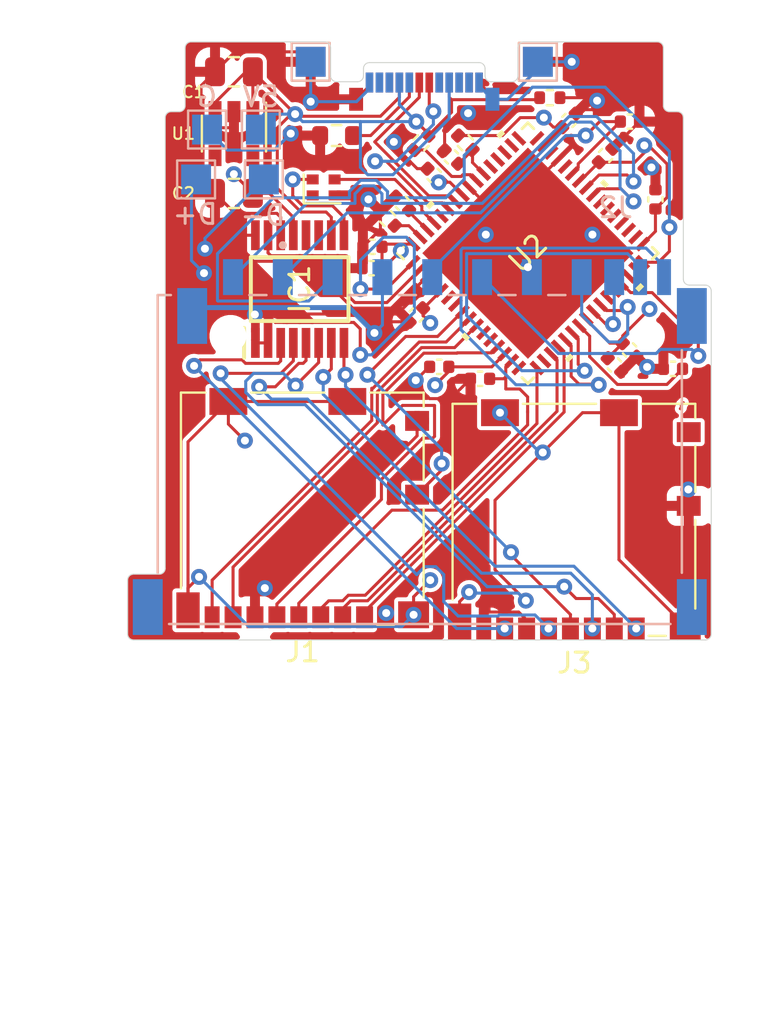
<source format=kicad_pcb>
(kicad_pcb (version 20240108) (generator "pcbnew") (generator_version "8.0")
  (title_block (title "Expansion Card Template") (rev "X1") (company "Framework") (comment 1 "This work is licensed under a Creative Commons Attribution 4.0 International License") (comment 4 "https://frame.work"))
  (layers (0 "F.Cu" signal) (1 "In1.Cu" signal) (2 "In2.Cu" signal) (31 "B.Cu" signal) (34 "B.Paste" user) (35 "F.Paste" user) (36 "B.SilkS" user "B.Silkscreen") (37 "F.SilkS" user "F.Silkscreen") (38 "B.Mask" user) (39 "F.Mask" user) (44 "Edge.Cuts" user))
  (net 0 "")
  (net 1 "GND")
  (net 2 "+3V3")
  (net 3 "VBUS")
  (net 4 "Net-(U2-PLLFILT)")
  (net 5 "Net-(U2-CRFILT)")
  (net 6 "Net-(J1-VDD)")
  (net 7 "Net-(J2-VDD)")
  (net 8 "Net-(U2-NRESET)")
  (net 9 "Net-(J1-CLK)")
  (net 10 "Net-(J1-DAT0)")
  (net 11 "Net-(J1-DAT1)")
  (net 12 "Net-(J1-DAT2)")
  (net 13 "/SD1_WP")
  (net 14 "Net-(J2-CMD)")
  (net 15 "Net-(J2-DAT0)")
  (net 16 "Net-(J2-CLK)")
  (net 17 "/SD1_D2")
  (net 18 "/SD1_CD")
  (net 19 "/SD1_D3")
  (net 20 "Net-(J2-DAT1)")
  (net 21 "Net-(P1-CC)")
  (net 22 "/USB_DN")
  (net 24 "/USB_DP")
  (net 25 "Net-(U2-RBIAS)")
  (net 26 "Net-(U2-VBUS_DET)")
  (net 31 "Net-(U2-XTAL1(CLKIN))")
  (net 55 "unconnected-(U2-USBDN_DP3-Pad4)")
  (net 56 "unconnected-(U2-USBDN_DM3-Pad3)")
  (net 57 "unconnected-(J1-SHIELD-Pad11)")
  (net 58 "Net-(J1-CMD)")
  (net 59 "Net-(J1-DET_B)")
  (net 60 "Net-(J1-DAT3{slash}CD)")
  (net 61 "/U2+")
  (net 62 "/U2-")
  (net 63 "Net-(IC1-D3)")
  (net 65 "/uSD2-pwr")
  (net 66 "Net-(IC1-CMD)")
  (net 67 "Net-(IC1-CLK)")
  (net 68 "Net-(IC1-D2)")
  (net 69 "Net-(IC1-D0)")
  (net 71 "unconnected-(J3-SHIELD-Pad11)")
  (footprint "Package_TO_SOT_SMD:SOT-23-5" (layer "F.Cu") (at 130.45 131.6 -90)
    (property "Reference" "U1")
    (property "Value" "AP2112K-3.3")
  )
  (footprint "Capacitor_SMD:C_0805_2012Metric" (layer "F.Cu") (at 130.45 128.5 180)
    (property "Reference" "C1")
    (property "Value" "10uF")
  )
  (footprint "Resistor_SMD:R_0603_1608Metric" (layer "F.Cu") (at 135.6 131.7 180)
    (property "Reference" "R1" (hide yes))
    (property "Value" "5.1k")
  )
  (footprint "Expansion_Card:USB_C_Plug_Molex_105444" (layer "F.Cu") (at 140 129)
    (property "Reference" "P1" (hide yes))
    (property "Value" "USB_C_Plug_USB2.0")
    (fp_line (start -3.35 0) (end -4.3 0) (stroke (width 0.05)) (layer "Edge.Cuts"))
    (fp_line (start -3.05 -0.66) (end -3.05 -0.3) (stroke (width 0.05)) (layer "Edge.Cuts"))
    (fp_line (start -2.75 -0.96) (end 2.75 -0.96) (stroke (width 0.05)) (layer "Edge.Cuts"))
    (fp_line (start 3.05 -0.66) (end 3.05 -0.3) (stroke (width 0.05)) (layer "Edge.Cuts"))
    (fp_line (start 3.35 0) (end 4.3 0) (stroke (width 0.05)) (layer "Edge.Cuts"))
    (fp_arc (start -3.05 -0.66) (mid -2.962132 -0.872132) (end -2.75 -0.96) (stroke (width 0.05)) (layer "Edge.Cuts"))
    (fp_arc (start -3.05 -0.3) (mid -3.137868 -0.087868) (end -3.35 0) (stroke (width 0.05)) (layer "Edge.Cuts"))
    (fp_arc (start 2.75 -0.96) (mid 2.962132 -0.872132) (end 3.05 -0.66) (stroke (width 0.05)) (layer "Edge.Cuts"))
    (fp_arc (start 3.35 0) (mid 3.137868 -0.087868) (end 3.05 -0.3) (stroke (width 0.05)) (layer "Edge.Cuts"))
  )
  (footprint "Capacitor_SMD:C_0805_2012Metric" (layer "F.Cu") (at 130.45 134.6 180)
    (property "Reference" "C2")
    (property "Value" "10uF")
  )
  (footprint "TestPoint:TestPoint_Pad_1.5x1.5mm" (layer "F.Cu") (at 134.3 128)
    (property "Reference" "TP1" (hide yes))
    (property "Value" "TestPoint")
  )
  (footprint "TestPoint:TestPoint_Pad_1.5x1.5mm" (layer "F.Cu") (at 145.7 128)
    (property "Reference" "TP3" (hide yes))
    (property "Value" "TestPoint")
  )
  (footprint "Resistor_SMD:R_0402_1005Metric" (layer "F.Cu") (at 142.060624 132.060624 -45)
    (property "Reference" "R5" (hide yes))
    (property "Value" "10K")
  )
  (footprint "Resistor_SMD:R_0402_1005Metric" (layer "F.Cu") (at 138.160624 135.860624 135)
    (property "Reference" "R2" (hide yes))
    (property "Value" "12K")
  )
  (footprint "Capacitor_SMD:C_0402_1005Metric" (layer "F.Cu") (at 142.8 143.9 180)
    (property "Reference" "C15" (hide yes))
    (property "Value" "4.7uF")
  )
  (footprint "Resistor_SMD:R_0402_1005Metric" (layer "F.Cu") (at 146.3 129.8 180)
    (property "Reference" "R4" (hide yes))
    (property "Value" "100k")
  )
  (footprint "Capacitor_SMD:C_0402_1005Metric" (layer "F.Cu") (at 150.3 142.45 -45)
    (property "Reference" "C7" (hide yes))
    (property "Value" "0.1uF")
  )
  (footprint "Capacitor_SMD:C_0402_1005Metric" (layer "F.Cu") (at 137.36 138.35 180)
    (property "Reference" "C13" (hide yes))
    (property "Value" "0.1uF")
  )
  (footprint "Capacitor_SMD:C_0402_1005Metric" (layer "F.Cu") (at 141.360588 132.774802 135)
    (property "Reference" "C17" (hide yes))
    (property "Value" "0.1uF")
  )
  (footprint "digikey:QFN64_9x9MC_MCH" (layer "F.Cu") (at 145.2 137.6 45)
    (property "Reference" "U2")
    (property "Value" "USB2660I-JZX-03")
  )
  (footprint "Capacitor_SMD:C_0402_1005Metric" (layer "F.Cu") (at 150.32 131)
    (property "Reference" "C16" (hide yes))
    (property "Value" "4.7uF")
  )
  (footprint "Capacitor_SMD:C_0402_1005Metric" (layer "F.Cu") (at 151.6 134.9 90)
    (property "Reference" "C9" (hide yes))
    (property "Value" "0.1uF")
  )
  (footprint "Connector_Card:microSD_HC_Molex_104031-0811" (layer "F.Cu") (at 133.9 150.4125 180)
    (property "Reference" "J1")
    (property "Value" "Micro_SD_Card_Det2")
  )
  (footprint "Capacitor_SMD:C_0402_1005Metric" (layer "F.Cu") (at 138.9 135.1 135)
    (property "Reference" "C3" (hide yes))
    (property "Value" "1uF")
  )
  (footprint "Capacitor_SMD:C_0402_1005Metric" (layer "F.Cu") (at 147.260589 130.939411 45)
    (property "Reference" "C11" (hide yes))
    (property "Value" "0.1uF")
  )
  (footprint "Connector_Card:microSD_HC_Molex_104031-0811" (layer "F.Cu") (at 147.53 150.975 180)
    (property "Reference" "J3")
    (property "Value" "Micro_SD_Card_Det2")
  )
  (footprint "Oscillator:Oscillator_SMD_Abracon_ASCO-4Pin_1.6x1.2mm" (layer "F.Cu") (at 134.95 134.3 90)
    (property "Reference" "X1" (hide yes))
    (property "Value" "24MHz ASCO")
  )
  (footprint "Capacitor_SMD:C_0402_1005Metric" (layer "F.Cu") (at 140.5 133.7 135)
    (property "Reference" "C12" (hide yes))
    (property "Value" "0.1uF")
  )
  (footprint "Capacitor_SMD:C_0402_1005Metric" (layer "F.Cu") (at 140.75 143.3 180)
    (property "Reference" "C6" (hide yes))
    (property "Value" "0.1uF")
  )
  (footprint "Capacitor_SMD:C_0402_1005Metric" (layer "F.Cu") (at 139.6 140.7 -135)
    (property "Reference" "C5" (hide yes))
    (property "Value" "0.1uF")
  )
  (footprint "Capacitor_SMD:C_0402_1005Metric" (layer "F.Cu") (at 149.543396 143.206604 -45)
    (property "Reference" "C8" (hide yes))
    (property "Value" "4.7uF")
  )
  (footprint "Resistor_SMD:R_0402_1005Metric" (layer "F.Cu") (at 139.839376 132.060624 45)
    (property "Reference" "R3" (hide yes))
    (property "Value" "100k")
  )
  (footprint "Capacitor_SMD:C_0402_1005Metric" (layer "F.Cu") (at 149.1 132.7 45)
    (property "Reference" "C10" (hide yes))
    (property "Value" "0.1uF")
  )
  (footprint "Capacitor_SMD:C_0402_1005Metric" (layer "F.Cu") (at 152.48 143.4)
    (property "Reference" "C4" (hide yes))
    (property "Value" "1uF")
  )
  (footprint "Expansion_Card:SOP64P600X175-16N" (layer "F.Cu") (at 133.748 139.4 90)
    (property "Reference" "IC1")
    (property "Value" "GL823K")
  )
  (footprint "Capacitor_SMD:C_0402_1005Metric" (layer "F.Cu") (at 137.4 137.28)
    (property "Reference" "C14" (hide yes))
    (property "Value" "4.7uF")
  )
  (footprint "TestPoint:TestPoint_Pad_1.5x1.5mm" (layer "B.Cu") (at 134.3 128)
    (property "Reference" "TP2" (hide yes))
    (property "Value" "TestPoint")
  )
  (footprint "TestPoint:TestPoint_Pad_1.5x1.5mm" (layer "B.Cu") (at 145.7 128)
    (property "Reference" "TP4" (hide yes))
    (property "Value" "TestPoint")
  )
  (footprint "TestPoint:TestPoint_Pad_1.5x1.5mm" (layer "B.Cu") (at 128.55 133.9 180)
    (property "Reference" "D+")
    (property "Value" "TestPoint_Pad_1.5x1.5mm")
  )
  (footprint "TestPoint:TestPoint_Pad_1.5x1.5mm" (layer "B.Cu") (at 131.8 131.4 180)
    (property "Reference" "5V")
    (property "Value" "TestPoint_Pad_1.5x1.5mm")
  )
  (footprint "TestPoint:TestPoint_Pad_1.5x1.5mm" (layer "B.Cu") (at 129.1 131.4 180)
    (property "Reference" "G")
    (property "Value" "TestPoint_Pad_1.5x1.5mm")
  )
  (footprint "digikey:CUI_SD-4-B" (layer "B.Cu") (at 139.775 147.95 180)
    (property "Reference" "J2")
    (property "Value" "SD_Card_Receptacle")
  )
  (footprint "TestPoint:TestPoint_Pad_1.5x1.5mm" (layer "B.Cu") (at 131.95 133.9 180)
    (property "Reference" "D-")
    (property "Value" "TestPoint_Pad_1.5x1.5mm")
  )
  (gr_line (start 153 130.8) (end 153 138.9) (stroke (width 0.05)) (layer "Edge.Cuts"))
  (gr_line (start 125.412132 157) (end 152.7 157) (stroke (width 0.05)) (layer "Edge.Cuts"))
  (gr_arc (start 144.7 128.7) (mid 144.612132 128.912132) (end 144.4 129) (stroke (width 0.05)) (layer "Edge.Cuts"))
  (gr_arc (start 135 127) (mid 135.212132 127.087868) (end 135.3 127.3) (stroke (width 0.05)) (layer "Edge.Cuts"))
  (gr_line (start 144.7 128.7) (end 144.7 127.3) (stroke (width 0.05)) (layer "Edge.Cuts"))
  (gr_arc (start 144.7 127.3) (mid 144.787868 127.087868) (end 145 127) (stroke (width 0.05)) (layer "Edge.Cuts"))
  (gr_line (start 135 127) (end 128.3 127) (stroke (width 0.05)) (layer "Edge.Cuts"))
  (gr_line (start 145 127) (end 151.7 127) (stroke (width 0.05)) (layer "Edge.Cuts"))
  (gr_arc (start 125.412132 157) (mid 125.2 156.912132) (end 125.112132 156.7) (stroke (width 0.05)) (layer "Edge.Cuts"))
  (gr_line (start 144.3 129) (end 144.4 129) (stroke (width 0.05)) (layer "Edge.Cuts"))
  (gr_arc (start 128 127.3) (mid 128.087868 127.087868) (end 128.3 127) (stroke (width 0.05)) (layer "Edge.Cuts"))
  (gr_line (start 128 130.2) (end 128 127.3) (stroke (width 0.05)) (layer "Edge.Cuts"))
  (gr_arc (start 128 130.2) (mid 127.912132 130.412132) (end 127.7 130.5) (stroke (width 0.05)) (layer "Edge.Cuts"))
  (gr_arc (start 127 130.8) (mid 127.087868 130.587868) (end 127.3 130.5) (stroke (width 0.05)) (layer "Edge.Cuts"))
  (gr_line (start 127.3 130.5) (end 127.7 130.5) (stroke (width 0.05)) (layer "Edge.Cuts"))
  (gr_line (start 152 130.2) (end 152 127.3) (stroke (width 0.05)) (layer "Edge.Cuts"))
  (gr_arc (start 152.7 130.5) (mid 152.912132 130.587868) (end 153 130.8) (stroke (width 0.05)) (layer "Edge.Cuts"))
  (gr_arc (start 152.3 130.5) (mid 152.087868 130.412132) (end 152 130.2) (stroke (width 0.05)) (layer "Edge.Cuts"))
  (gr_line (start 152.3 130.5) (end 152.7 130.5) (stroke (width 0.05)) (layer "Edge.Cuts"))
  (gr_arc (start 135.6 129) (mid 135.387868 128.912132) (end 135.3 128.7) (stroke (width 0.05)) (layer "Edge.Cuts"))
  (gr_line (start 154.1 139.2) (end 153.3 139.2) (stroke (width 0.05)) (layer "Edge.Cuts"))
  (gr_arc (start 154.1 139.2) (mid 154.312132 139.287868) (end 154.4 139.5) (stroke (width 0.05)) (layer "Edge.Cuts"))
  (gr_line (start 127 130.8) (end 127 153.4) (stroke (width 0.05)) (layer "Edge.Cuts"))
  (gr_line (start 135.6 129) (end 135.7 129) (stroke (width 0.05)) (layer "Edge.Cuts"))
  (gr_line (start 125.412132 153.7) (end 126.7 153.7) (stroke (width 0.05)) (layer "Edge.Cuts"))
  (gr_arc (start 151.7 127) (mid 151.912132 127.087868) (end 152 127.3) (stroke (width 0.05)) (layer "Edge.Cuts"))
  (gr_arc (start 154.4 156.7) (mid 154.312132 156.912132) (end 154.1 157) (stroke (width 0.05)) (layer "Edge.Cuts"))
  (gr_arc (start 125.112132 154) (mid 125.2 153.787868) (end 125.412132 153.7) (stroke (width 0.05)) (layer "Edge.Cuts"))
  (gr_line (start 135.3 128.7) (end 135.3 127.3) (stroke (width 0.05)) (layer "Edge.Cuts"))
  (gr_line (start 152.7 157) (end 154.1 157) (stroke (width 0.05)) (layer "Edge.Cuts"))
  (gr_arc (start 153.3 139.2) (mid 153.087868 139.112132) (end 153 138.9) (stroke (width 0.05)) (layer "Edge.Cuts"))
  (gr_line (start 154.4 156.7) (end 154.4 139.5) (stroke (width 0.05)) (layer "Edge.Cuts"))
  (gr_line (start 125.112132 156.7) (end 125.112132 154) (stroke (width 0.05)) (layer "Edge.Cuts"))
  (gr_arc (start 127 153.4) (mid 126.912132 153.612132) (end 126.7 153.7) (stroke (width 0.05)) (layer "Edge.Cuts"))
  (segment (start 152.85 145.4) (end 152.9 145.35) (width 0.1524) (layer "F.Cu") (net 0))
  (segment (start 152.9 145.2) (end 153 145.1) (width 0.1524) (layer "F.Cu") (net 0))
  (segment (start 152.9 145.35) (end 152.9 145.2) (width 0.1524) (layer "F.Cu") (net 0))
  (segment (start 133.7988 127.4988) (end 134.3 128) (width 0.1524) (layer "F.Cu") (net 1))
  (segment (start 150.665232 142.789411) (end 151.182221 143.3064) (width 0.1524) (layer "F.Cu") (net 1))
  (segment (start 151.275821 143.4) (end 151.182221 143.3064) (width 0.1524) (layer "F.Cu") (net 1))
  (segment (start 140.160589 133.360589) (end 139.645649 133.360589) (width 0.1524) (layer "F.Cu") (net 1))
  (segment (start 141.021177 131.273955) (end 141.718932 130.5762) (width 0.1524) (layer "F.Cu") (net 1))
  (segment (start 129.5 128.5) (end 130.5012 127.4988) (width 0.1524) (layer "F.Cu") (net 1))
  (segment (start 143.25 155.5988) (end 143.25 153.3) (width 0.1524) (layer "F.Cu") (net 1))
  (segment (start 135.18 129.88) (end 136.58 129.88) (width 0.1524) (layer "F.Cu") (net 1))
  (segment (start 137.25 129.04) (end 137.25 129.21) (width 0.1524) (layer "F.Cu") (net 1))
  (segment (start 148.67334 129.949207) (end 148.250793 129.949207) (width 0.1524) (layer "F.Cu") (net 1))
  (segment (start 140.262804 144.894113) (end 141.325887 144.894113) (width 0.1524) (layer "F.Cu") (net 1))
  (segment (start 140.246556 143.3) (end 139.573278 143.973278) (width 0.1524) (layer "F.Cu") (net 1))
  (segment (start 128.8 133.9) (end 128.8 131.2074) (width 0.1524) (layer "F.Cu") (net 1))
  (segment (start 138.472492 132.187432) (end 138.472492 132.0162) (width 0.1524) (layer "F.Cu") (net 1))
  (segment (start 131.505 155.8625) (end 131.505 154.895) (width 0.1524) (layer "F.Cu") (net 1))
  (segment (start 149.986199 143.779407) (end 149.882807 143.676015) (width 0.1524) (layer "F.Cu") (net 1))
  (segment (start 137.8 135.5) (end 137.2 134.9) (width 0.1524) (layer "F.Cu") (net 1))
  (segment (start 144.01989 137.6) (end 143.08809 136.6682) (width 0.1524) (layer "F.Cu") (net 1))
  (segment (start 145.2 134.418018) (end 145.2 137.6) (width 0.1524) (layer "F.Cu") (net 1))
  (segment (start 130.5012 135.6012) (end 129.5 134.6) (width 0.1524) (layer "F.Cu") (net 1))
  (segment (start 146.716178 132.90184) (end 145.2 134.418018) (width 0.1524) (layer "F.Cu") (net 1))
  (segment (start 134.8 129.5) (end 135.18 129.88) (width 0.1524) (layer "F.Cu") (net 1))
  (segment (start 145.135 155.9976) (end 145.135 156.425) (width 0.1524) (layer "F.Cu") (net 1))
  (segment (start 137.5 141.6) (end 138.060589 141.039411) (width 0.1524) (layer "F.Cu") (net 1))
  (segment (start 141.325887 144.894113) (end 142.32 143.9) (width 0.1524) (layer "F.Cu") (net 1))
  (segment (start 145.2 137.6) (end 147.505671 137.6) (width 0.1524) (layer "F.Cu") (net 1))
  (segment (start 138.560589 134.760589) (end 138.539411 134.760589) (width 0.1524) (layer "F.Cu") (net 1))
  (segment (start 153.27 149.47) (end 153.25 149.45) (width 0.1524) (layer "F.Cu") (net 1))
  (segment (start 137 134.7) (end 137.2 134.9) (width 0.1524) (layer "F.Cu") (net 1))
  (segment (start 147.797989 130.402011) (end 150.202011 130.402011) (width 0.1524) (layer "F.Cu") (net 1))
  (segment (start 149.882807 143.676015) (end 149.882807 143.546015) (width 0.1524) (layer "F.Cu") (net 1))
  (segment (start 150.639411 142.789411) (end 149.882807 143.546015) (width 0.1524) (layer "F.Cu") (net 1))
  (segment (start 142.75 129.059286) (end 143.066914 129.3762) (width 0.1524) (layer "F.Cu") (net 1))
  (segment (start 139.573278 143.973278) (end 139.573278 144.204587) (width 0.1524) (layer "F.Cu") (net 1))
  (segment (start 137.8 135.5) (end 137.8 136.4) (width 0.1524) (layer "F.Cu") (net 1))
  (segment (start 142.269608 134.316055) (end 145.2 137.246447) (width 0.1524) (layer "F.Cu") (net 1))
  (segment (start 142.985 155.7226) (end 143.1088 155.5988) (width 0.1524) (layer "F.Cu") (net 1))
  (segment (start 153.27 150.275) (end 153.27 149.47) (width 0.1524) (layer "F.Cu") (net 1))
  (segment (start 145.2 137.6) (end 144.01989 137.6) (width 0.1524) (layer "F.Cu") (net 1))
  (segment (start 131.5 140.6762) (end 131.5 142.074) (width 0.1524) (layer "F.Cu") (net 1))
  (segment (start 143.066914 129.3762) (end 144.683086 129.3762) (width 0.1524) (layer "F.Cu") (net 1))
  (segment (start 136.92 137.28) (end 136.92 138.31) (width 0.1524) (layer "F.Cu") (net 1))
  (segment (start 151.6 133.5) (end 151.4 133.3) (width 0.1524) (layer "F.Cu") (net 1))
  (segment (start 133.4 131.7) (end 133.3 131.6) (width 0.1524) (layer "F.Cu") (net 1))
  (segment (start 128.8988 131.3062) (end 128.8 131.2074) (width 0.1524) (layer "F.Cu") (net 1))
  (segment (start 131.5 142.074) (end 131.526 142.1) (width 0.1524) (layer "F.Cu") (net 1))
  (segment (start 134.3 129) (end 134.8 129.5) (width 0.1524) (layer "F.Cu") (net 1))
  (segment (start 129.5 134.6) (end 128.8 133.9) (width 0.1524) (layer "F.Cu") (net 1))
  (segment (start 150.639411 142.789411) (end 150.665232 142.789411) (width 0.1524) (layer "F.Cu") (net 1))
  (segment (start 132.796 135.7976) (end 132.5996 135.6012) (width 0.1524) (layer "F.Cu") (net 1))
  (segment (start 128.8 131.2074) (end 128.8 129.2) (width 0.1524) (layer "F.Cu") (net 1))
  (segment (start 139.645649 133.360589) (end 138.472492 132.187432) (width 0.1524) (layer "F.Cu") (net 1))
  (segment (start 143.25 155.5988) (end 144.7362 155.5988) (width 0.1524) (layer "F.Cu") (net 1))
  (segment (start 139.64 146.0125) (end 139.64 146.76) (width 0.1524) (layer "F.Cu") (net 1))
  (segment (start 131.505 154.895) (end 132 154.4) (width 0.1524) (layer "F.Cu") (net 1))
  (segment (start 149.439411 132.360589) (end 150.8 131) (width 0.1524) (layer "F.Cu") (net 1))
  (segment (start 142.985 156.425) (end 142.985 155.7226) (width 0.1524) (layer "F.Cu") (net 1))
  (segment (start 128.8 129.2) (end 129.5 128.5) (width 0.1524) (layer "F.Cu") (net 1))
  (segment (start 137.25 129.21) (end 136.58 129.88) (width 0.1524) (layer "F.Cu") (net 1))
  (segment (start 139.64 146.76) (end 132 154.4) (width 0.1524) (layer "F.Cu") (net 1))
  (segment (start 134.775 131.7) (end 133.4 131.7) (width 0.1524) (layer "F.Cu") (net 1))
  (segment (start 130.45 130.5) (end 130.45 131.1824) (width 0.1524) (layer "F.Cu") (net 1))
  (segment (start 140.27 143.3) (end 140.246556 143.3) (width 0.1524) (layer "F.Cu") (net 1))
  (segment (start 152 143.4) (end 151.275821 143.4) (width 0.1524) (layer "F.Cu") (net 1))
  (segment (start 135.5 134.7) (end 137 134.7) (width 0.1524) (layer "F.Cu") (net 1))
  (segment (start 143.25 153.3) (end 139.9001 153.3) (width 0.1524) (layer "F.Cu") (net 1))
  (segment (start 151.6 134.42) (end 151.6 133.5) (width 0.1524) (layer "F.Cu") (net 1))
  (segment (start 138.539411 134.760589) (end 137.8 135.5) (width 0.1524) (layer "F.Cu") (net 1))
  (segment (start 139.9001 153.3) (end 138.089998 155.110102) (width 0.1524) (layer "F.Cu") (net 1))
  (segment (start 145.2 137.246447) (end 145.2 137.6) (width 0.1524) (layer "F.Cu") (net 1))
  (segment (start 148.250793 129.949207) (end 147.6 130.6) (width 0.1524) (layer "F.Cu") (net 1))
  (segment (start 138.060589 141.039411) (end 139.260589 141.039411) (width 0.1524) (layer "F.Cu") (net 1))
  (segment (start 141.718932 130.5762) (end 142.2 130.5762) (width 0.1524) (layer "F.Cu") (net 1))
  (segment (start 138.089998 155.110102) (end 138.089998 155.65) (width 0.1524) (layer "F.Cu") (net 1))
  (segment (start 150.202011 130.402011) (end 150.8 131) (width 0.1524) (layer "F.Cu") (net 1))
  (segment (start 142.75 129.04) (end 142.75 129.059286) (width 0.1524) (layer "F.Cu") (net 1))
  (segment (start 147.6 130.6) (end 147.797989 130.402011) (width 0.1524) (layer "F.Cu") (net 1))
  (segment (start 132.5996 135.6012) (end 130.5012 135.6012) (width 0.1524) (layer "F.Cu") (net 1))
  (segment (start 134.8 129.5) (end 134.3 130) (width 0.1524) (layer "F.Cu") (net 1))
  (segment (start 144.683086 129.3762) (end 145.7 128.359286) (width 0.1524) (layer "F.Cu") (net 1))
  (segment (start 141.021177 132.435391) (end 141.021177 131.273955) (width 0.1524) (layer "F.Cu") (net 1))
  (segment (start 136.92 138.31) (end 136.88 138.35) (width 0.1524) (layer "F.Cu") (net 1))
  (segment (start 148.67334 129.949207) (end 148.524133 129.8) (width 0.1524) (layer "F.Cu") (net 1))
  (segment (start 145.7 128.359286) (end 145.7 128) (width 0.1524) (layer "F.Cu") (net 1))
  (segment (start 130.3262 131.3062) (end 128.8988 131.3062) (width 0.1524) (layer "F.Cu") (net 1))
  (segment (start 130.45 131.1824) (end 130.3262 131.3062) (width 0.1524) (layer "F.Cu") (net 1))
  (segment (start 147.505671 137.6) (end 148.437471 136.6682) (width 0.1524) (layer "F.Cu") (net 1))
  (segment (start 130.5012 127.4988) (end 133.7988 127.4988) (width 0.1524) (layer "F.Cu") (net 1))
  (segment (start 148.524133 129.8) (end 146.809999 129.8) (width 0.1524) (layer "F.Cu") (net 1))
  (segment (start 137.8 136.4) (end 136.92 137.28) (width 0.1524) (layer "F.Cu") (net 1))
  (segment (start 132.16 142.1) (end 131.526 142.1) (width 0.1524) (layer "F.Cu") (net 1))
  (segment (start 143.1088 155.5988) (end 143.25 155.5988) (width 0.1524) (layer "F.Cu") (net 1))
  (segment (start 145.7 128) (end 147.4 128) (width 0.1524) (layer "F.Cu") (net 1))
  (segment (start 132.796 136.7) (end 132.796 135.7976) (width 0.1524) (layer "F.Cu") (net 1))
  (segment (start 139.573278 144.204587) (end 140.262804 144.894113) (width 0.1524) (layer "F.Cu") (net 1))
  (segment (start 134.3 128) (end 134.3 129) (width 0.1524) (layer "F.Cu") (net 1))
  (segment (start 144.7362 155.5988) (end 145.135 155.9976) (width 0.1524) (layer "F.Cu") (net 1))
  (via (at 148.437471 136.6682) (size 0.8) (drill 0.4) (layers "F.Cu" "B.Cu") (net 1))
  (via (at 147.4 128) (size 0.8) (drill 0.4) (layers "F.Cu" "B.Cu") (net 1))
  (via (at 145.2 138.3) (size 0.8) (drill 0.4) (layers "F.Cu" "B.Cu") (net 1))
  (via (at 148.67334 129.949207) (size 0.8) (drill 0.4) (layers "F.Cu" "B.Cu") (net 1))
  (via (at 151.182221 143.3064) (size 0.8) (drill 0.4) (layers "F.Cu" "B.Cu") (net 1))
  (via (at 131.5 140.6762) (size 0.8) (drill 0.4) (layers "F.Cu" "B.Cu") (net 1))
  (via (at 133.3 131.6) (size 0.8) (drill 0.4) (layers "F.Cu" "B.Cu") (net 1))
  (via (at 134.3 130) (size 0.8) (drill 0.4) (layers "F.Cu" "B.Cu") (net 1))
  (via (at 142.2 130.5762) (size 0.8) (drill 0.4) (layers "F.Cu" "B.Cu") (net 1))
  (via (at 132 154.4) (size 0.8) (drill 0.4) (layers "F.Cu" "B.Cu") (net 1))
  (via (at 151.4 133.3) (size 0.8) (drill 0.4) (layers "F.Cu" "B.Cu") (net 1))
  (via (at 138.472492 132.0162) (size 0.8) (drill 0.4) (layers "F.Cu" "B.Cu") (net 1))
  (via (at 137.2 134.9) (size 0.8) (drill 0.4) (layers "F.Cu" "B.Cu") (net 1))
  (via (at 138.089998 155.65) (size 0.8) (drill 0.4) (layers "F.Cu" "B.Cu") (net 1))
  (via (at 137.5 141.6) (size 0.8) (drill 0.4) (layers "F.Cu" "B.Cu") (net 1))
  (via (at 139.573278 143.973278) (size 0.8) (drill 0.4) (layers "F.Cu" "B.Cu") (net 1))
  (via (at 153.25 149.45) (size 0.8) (drill 0.4) (layers "F.Cu" "B.Cu") (net 1))
  (via (at 143.08809 136.6682) (size 0.8) (drill 0.4) (layers "F.Cu" "B.Cu") (net 1))
  (segment (start 137.5 141.6) (end 137.9 141.2) (width 0.1524) (layer "B.Cu") (net 1))
  (segment (start 128.7768 140.3282) (end 128.355 140.75) (width 0.25) (layer "B.Cu") (net 1))
  (segment (start 142.75 129.21) (end 143.42 129.88) (width 0.1524) (layer "B.Cu") (net 1))
  (segment (start 142.75 129.04) (end 142.75 129.21) (width 0.1524) (layer "B.Cu") (net 1))
  (segment (start 137.9 141.2) (end 137.9 138.8) (width 0.1524) (layer "B.Cu") (net 1))
  (segment (start 132.3 140.3282) (end 131.848 140.3282) (width 0.1524) (layer "B.Cu") (net 1))
  (segment (start 144.179286 129.88) (end 145.7 128.359286) (width 0.1524) (layer "B.Cu") (net 1))
  (segment (start 137.25 129.04) (end 137.25 129.35) (width 0.1524) (layer "B.Cu") (net 1))
  (segment (start 145.4 138.8) (end 145.4 138.5) (width 0.1524) (layer "B.Cu") (net 1))
  (segment (start 137.5 141.6) (end 136.2282 140.3282) (width 0.25) (layer "B.Cu") (net 1))
  (segment (start 145.7 128) (end 147.4 128) (width 0.1524) (layer "B.Cu") (net 1))
  (segment (start 137.25 129.35) (end 136.6 130) (width 0.1524) (layer "B.Cu") (net 1))
  (segment (start 132.4738 132.4262) (end 133.3 131.6) (width 0.1524) (layer "B.Cu") (net 1))
  (segment (start 136.6 130) (end 134.3 130) (width 0.1524) (layer "B.Cu") (net 1))
  (segment (start 130.1262 132.4262) (end 132.4738 132.4262) (width 0.1524) (layer "B.Cu") (net 1))
  (segment (start 132.3 140.3282) (end 128.7768 140.3282) (width 0.25) (layer "B.Cu") (net 1))
  (segment (start 145.7 128.359286) (end 145.7 128) (width 0.1524) (layer "B.Cu") (net 1))
  (segment (start 136.2282 140.3282) (end 132.3 140.3282) (width 0.25) (layer "B.Cu") (net 1))
  (segment (start 145.4 138.5) (end 145.2 138.3) (width 0.1524) (layer "B.Cu") (net 1))
  (segment (start 129.1 131.4) (end 130.1262 132.4262) (width 0.1524) (layer "B.Cu") (net 1))
  (segment (start 143.42 129.88) (end 144.179286 129.88) (width 0.1524) (layer "B.Cu") (net 1))
  (segment (start 134.3 128) (end 134.3 130) (width 0.1524) (layer "B.Cu") (net 1))
  (segment (start 131.848 140.3282) (end 131.5 140.6762) (width 0.1524) (layer "B.Cu") (net 1))
  (segment (start 137.88 138.31) (end 137.84 138.35) (width 0.1524) (layer "F.Cu") (net 2))
  (segment (start 143.389087 143.3) (end 144.037375 142.651712) (width 0.1524) (layer "F.Cu") (net 2))
  (segment (start 151.04096 132.19428) (end 151.250572 132.19428) (width 0.1524) (layer "F.Cu") (net 2))
  (segment (start 152.1862 134.7938) (end 151.6 135.38) (width 0.1524) (layer "F.Cu") (net 2))
  (segment (start 151.04096 132.55904) (end 150.560589 133.039411) (width 0.1524) (layer "F.Cu") (net 2))
  (segment (start 131.4 134.6) (end 131.4 134.590305) (width 0.1524) (layer "F.Cu") (net 2))
  (segment (start 151.6 136.503301) (end 151.6 135.38) (width 0.1524) (layer "F.Cu") (net 2))
  (segment (start 137.84 138.35) (end 137.95 138.35) (width 0.1524) (layer "F.Cu") (net 2))
  (segment (start 139.939411 140.360589) (end 139.939411 140.739411) (width 0.1524) (layer "F.Cu") (net 2))
  (segment (start 135.97 135.7976) (end 135.3986 135.2262) (width 0.1524) (layer "F.Cu") (net 2))
  (segment (start 141.23 143.530809) (end 140.542896 144.217913) (width 0.1524) (layer "F.Cu") (net 2))
  (segment (start 139.964538 140.360589) (end 140.855395 139.469732) (width 0.1524) (layer "F.Cu") (net 2))
  (segment (start 152.1862 133.129908) (end 152.1862 134.7938) (width 0.1524) (layer "F.Cu") (net 2))
  (segment (start 140.726273 134.039411) (end 140.71854 134.047144) (width 0.1524) (layer "F.Cu") (net 2))
  (segment (start 146 130.8) (end 146.478822 131.278822) (width 0.1524) (layer "F.Cu") (net 2))
  (segment (start 137.95 138.35) (end 138.824265 137.475735) (width 0.1524) (layer "F.Cu") (net 2))
  (segment (start 133.43 136.7) (end 133.43 135.7976) (width 0.1524) (layer "F.Cu") (net 2))
  (segment (start 151.04096 132.19428) (end 151.04096 132.55904) (width 0.1524) (layer "F.Cu") (net 2))
  (segment (start 139.939411 140.360589) (end 139.964538 140.360589) (width 0.1524) (layer "F.Cu") (net 2))
  (segment (start 135.3986 135.2262) (end 133.9 135.2262) (width 0.1524) (layer "F.Cu") (net 2))
  (segment (start 131.4 132.7) (end 131.4 134.6) (width 0.1524) (layer "F.Cu") (net 2))
  (segment (start 140.839411 134.039411) (end 140.726273 134.039411) (width 0.1524) (layer "F.Cu") (net 2))
  (segment (start 131.4 134.590305) (end 130.445255 133.63556) (width 0.1524) (layer "F.Cu") (net 2))
  (segment (start 132.2324 134.6) (end 131.4 134.6) (width 0.1524) (layer "F.Cu") (net 2))
  (segment (start 147.776838 133.962501) (end 147.837499 133.962501) (width 0.1524) (layer "F.Cu") (net 2))
  (segment (start 150.958819 137.144482) (end 151.6 136.503301) (width 0.1524) (layer "F.Cu") (net 2))
  (segment (start 141.916055 134.669608) (end 141.285858 134.039411) (width 0.1524) (layer "F.Cu") (net 2))
  (segment (start 138.015518 137.144482) (end 137.88 137.28) (width 0.1524) (layer "F.Cu") (net 2))
  (segment (start 147.837499 133.962501) (end 148.760589 133.039411) (width 0.1524) (layer "F.Cu") (net 2))
  (segment (start 134.4 133.9) (end 133.4 133.9) (width 0.1524) (layer "F.Cu") (net 2))
  (segment (start 139.441181 137.144482) (end 138.015518 137.144482) (width 0.1524) (layer "F.Cu") (net 2))
  (segment (start 146.921178 131.278822) (end 146.921178 131.282627) (width 0.1524) (layer "F.Cu") (net 2))
  (segment (start 149.960589 142.110589) (end 149.310589 142.110589) (width 0.1524) (layer "F.Cu") (net 2))
  (segment (start 141.23 143.3) (end 141.23 143.530809) (width 0.1524) (layer "F.Cu") (net 2))
  (segment (start 150.560589 133.039411) (end 148.760589 133.039411) (width 0.1524) (layer "F.Cu") (net 2))
  (segment (start 151.250572 132.19428) (end 152.1862 133.129908) (width 0.1524) (layer "F.Cu") (net 2))
  (segment (start 149.960589 142.110589) (end 149.960589 141.739411) (width 0.1524) (layer "F.Cu") (net 2))
  (segment (start 148.130392 140.930392) (end 148.130392 140.883945) (width 0.1524) (layer "F.Cu") (net 2))
  (segment (start 137.88 137.28) (end 137.88 138.31) (width 0.1524) (layer "F.Cu") (net 2))
  (segment (start 146 130.8) (end 144.820319 130.8) (width 0.1524) (layer "F.Cu") (net 2))
  (segment (start 143.920319 131.7) (end 141.7 131.7) (width 0.1524) (layer "F.Cu") (net 2))
  (segment (start 144.820319 130.8) (end 143.920319 131.7) (width 0.1524) (layer "F.Cu") (net 2))
  (segment (start 141.23 143.3) (end 143.389087 143.3) (width 0.1524) (layer "F.Cu") (net 2))
  (segment (start 149.310589 142.110589) (end 148.130392 140.930392) (width 0.1524) (layer "F.Cu") (net 2))
  (segment (start 133.43 135.7976) (end 132.2324 134.6) (width 0.1524) (layer "F.Cu") (net 2))
  (segment (start 139.939411 140.360589) (end 139.960589 140.360589) (width 0.1524) (layer "F.Cu") (net 2))
  (segment (start 133.9 135.2262) (end 133.4 134.7262) (width 0.1524) (layer "F.Cu") (net 2))
  (segment (start 141.285858 134.039411) (end 140.839411 134.039411) (width 0.1524) (layer "F.Cu") (net 2))
  (segment (start 146.478822 131.278822) (end 146.921178 131.278822) (width 0.1524) (layer "F.Cu") (net 2))
  (segment (start 146.921178 131.282627) (end 146.009071 132.194734) (width 0.1524) (layer "F.Cu") (net 2))
  (segment (start 133.4 134.7262) (end 133.4 133.9) (width 0.1524) (layer "F.Cu") (net 2))
  (segment (start 139.939411 140.739411) (end 140.3 141.1) (width 0.1524) (layer "F.Cu") (net 2))
  (segment (start 149.203985 142.867193) (end 149.960589 142.110589) (width 0.1524) (layer "F.Cu") (net 2))
  (segment (start 135.97 136.7) (end 135.97 135.7976) (width 0.1524) (layer "F.Cu") (net 2))
  (segment (start 149.960589 141.739411) (end 151.3 140.4) (width 0.1524) (layer "F.Cu") (net 2))
  (via (at 140.71854 134.047144) (size 0.8) (drill 0.4) (layers "F.Cu" "B.Cu") (net 2))
  (via (at 140.3 141.1) (size 0.8) (drill 0.4) (layers "F.Cu" "B.Cu") (net 2))
  (via (at 151.04096 132.19428) (size 0.8) (drill 0.4) (layers "F.Cu" "B.Cu") (net 2))
  (via (at 133.4 133.9) (size 0.8) (drill 0.4) (layers "F.Cu" "B.Cu") (net 2))
  (via (at 138.824265 137.475735) (size 0.8) (drill 0.4) (layers "F.Cu" "B.Cu") (net 2))
  (via (at 130.445255 133.63556) (size 0.8) (drill 0.4) (layers "F.Cu" "B.Cu") (net 2))
  (via (at 146 130.8) (size 0.8) (drill 0.4) (layers "F.Cu" "B.Cu") (net 2))
  (via (at 140.542896 144.217913) (size 0.8) (drill 0.4) (layers "F.Cu" "B.Cu") (net 2))
  (via (at 151.3 140.4) (size 0.8) (drill 0.4) (layers "F.Cu" "B.Cu") (net 2))
  (segment (start 138.75 129.04) (end 138.75 129.7824) (width 0.1524) (layer "F.Cu") (net 3))
  (segment (start 133.814902 135.536234) (end 132.6238 134.345132) (width 0.1524) (layer "F.Cu") (net 3))
  (segment (start 141.25 129.04) (end 141.25 129.7824) (width 0.1524) (layer "F.Cu") (net 3))
  (segment (start 131.0488 128.5) (end 129.5 130.0488) (width 0.1524) (layer "F.Cu") (net 3))
  (segment (start 140.2 131.7) (end 140.2 131.6) (width 0.1524) (layer "F.Cu") (net 3))
  (segment (start 140.2 131.7) (end 141.3676 130.5324) (width 0.1524) (layer "F.Cu") (net 3))
  (segment (start 138.75 129.7824) (end 137.8012 130.7312) (width 0.1524) (layer "F.Cu") (net 3))
  (segment (start 135.336 135.7976) (end 135.074634 135.536234) (width 0.1524) (layer "F.Cu") (net 3))
  (segment (start 141.25 129.7824) (end 141.3676 129.9) (width 0.1524) (layer "F.Cu") (net 3))
  (segment (start 135.336 136.7) (end 135.336 135.7976) (width 0.1524) (layer "F.Cu") (net 3))
  (segment (start 133.319492 130.624216) (end 133.518749 130.624216) (width 0.1524) (layer "F.Cu") (net 3))
  (segment (start 132.6238 131.319908) (end 133.319492 130.624216) (width 0.1524) (layer "F.Cu") (net 3))
  (segment (start 131.4 128.5) (end 131.0488 128.5) (width 0.1524) (layer "F.Cu") (net 3))
  (segment (start 145.690001 129.9) (end 145.790001 129.8) (width 0.1524) (layer "F.Cu") (net 3))
  (segment (start 141.3676 129.9) (end 145.690001 129.9) (width 0.1524) (layer "F.Cu") (net 3))
  (segment (start 129.5 130.0488) (end 129.5 130.5) (width 0.1524) (layer "F.Cu") (net 3))
  (segment (start 133.6312 130.7312) (end 131.4 128.5) (width 0.1524) (layer "F.Cu") (net 3))
  (segment (start 132.6238 134.345132) (end 132.6238 131.319908) (width 0.1524) (layer "F.Cu") (net 3))
  (segment (start 131.4 128.5) (end 131.4 130.5) (width 0.1524) (layer "F.Cu") (net 3))
  (segment (start 135.074634 135.536234) (end 133.814902 135.536234) (width 0.1524) (layer "F.Cu") (net 3))
  (segment (start 140.2 131.6) (end 139.6 131) (width 0.1524) (layer "F.Cu") (net 3))
  (segment (start 141.3676 130.5324) (end 141.3676 129.9) (width 0.1524) (layer "F.Cu") (net 3))
  (segment (start 137.8012 130.7312) (end 133.6312 130.7312) (width 0.1524) (layer "F.Cu") (net 3))
  (via (at 133.518749 130.624216) (size 0.8) (drill 0.4) (layers "F.Cu" "B.Cu") (net 3))
  (via (at 139.6 131) (size 0.8) (drill 0.4) (layers "F.Cu" "B.Cu") (net 3))
  (segment (start 136.8 131) (end 133.894533 131) (width 0.1524) (layer "B.Cu") (net 3))
  (segment (start 137.165 133.665) (end 136.795654 133.295654) (width 0.1524) (layer "B.Cu") (net 3))
  (segment (start 136.795654 133.295654) (end 136.795654 131.004346) (width 0.1524) (layer "B.Cu") (net 3))
  (segment (start 141.25 129.04) (end 141.25 130.845132) (width 0.1524) (layer "B.Cu") (net 3))
  (segment (start 136.795654 131.004346) (end 136.8 131) (width 0.1524) (layer "B.Cu") (net 3))
  (segment (start 139.6 131) (end 136.8 131) (width 0.1524) (layer "B.Cu") (net 3))
  (segment (start 138.75 130.15) (end 139.6 131) (width 0.1524) (layer "B.Cu") (net 3))
  (segment (start 131.975784 130.624216) (end 133.518749 130.624216) (width 0.1524) (layer "B.Cu") (net 3))
  (segment (start 138.430132 133.665) (end 137.165 133.665) (width 0.1524) (layer "B.Cu") (net 3))
  (segment (start 131.2 131.4) (end 131.975784 130.624216) (width 0.1524) (layer "B.Cu") (net 3))
  (segment (start 133.894533 131) (end 133.518749 130.624216) (width 0.1524) (layer "B.Cu") (net 3))
  (segment (start 141.25 130.845132) (end 138.430132 133.665) (width 0.1524) (layer "B.Cu") (net 3))
  (segment (start 138.75 129.04) (end 138.75 130.15) (width 0.1524) (layer "B.Cu") (net 3))
  (segment (start 139.239411 135.528498) (end 140.148288 136.437375) (width 0.1524) (layer "F.Cu") (net 4))
  (segment (start 139.239411 135.439411) (end 139.239411 135.528498) (width 0.1524) (layer "F.Cu") (net 4))
  (segment (start 149.691942 144.184162) (end 152.175838 144.184162) (width 0.1524) (layer "F.Cu") (net 5))
  (segment (start 147.776838 141.237499) (end 148.3 141.760661) (width 0.1524) (layer "F.Cu") (net 5))
  (segment (start 148.3 142.79222) (end 149.691942 144.184162) (width 0.1524) (layer "F.Cu") (net 5))
  (segment (start 148.3 141.760661) (end 148.3 142.79222) (width 0.1524) (layer "F.Cu") (net 5))
  (segment (start 152.175838 144.184162) (end 152.96 143.4) (width 0.1524) (layer "F.Cu") (net 5))
  (segment (start 145.1862 144.8088) (end 145.1862 145.6) (width 0.1524) (layer "F.Cu") (net 6))
  (segment (start 140.9113 150.4887) (end 145.1862 146.2138) (width 0.1524) (layer "F.Cu") (net 6))
  (segment (start 144.091111 143.8) (end 144.091111 144.411111) (width 0.1524) (layer "F.Cu") (net 6))
  (segment (start 133.705 155.1601) (end 138.3764 150.4887) (width 0.1524) (layer "F.Cu") (net 6))
  (segment (start 144.091111 144.411111) (end 144.788511 144.411111) (width 0.1524) (layer "F.Cu") (net 6))
  (segment (start 138.3764 150.4887) (end 140.9113 150.4887) (width 0.1524) (layer "F.Cu") (net 6))
  (segment (start 143.991111 143.9) (end 144.091111 143.8) (width 0.1524) (layer "F.Cu") (net 6))
  (segment (start 144.788511 144.411111) (end 145.1862 144.8088) (width 0.1524) (layer "F.Cu") (net 6))
  (segment (start 133.705 155.8625) (end 133.705 155.1601) (width 0.1524) (layer "F.Cu") (net 6))
  (segment (start 143.28 143.9) (end 143.991111 143.9) (width 0.1524) (layer "F.Cu") (net 6))
  (segment (start 144.390929 143.005266) (end 144.091111 143.305084) (width 0.1524) (layer "F.Cu") (net 6))
  (segment (start 144.091111 143.305084) (end 144.091111 143.8) (width 0.1524) (layer "F.Cu") (net 6))
  (segment (start 145.1862 146.2138) (end 145.1862 145.5062) (width 0.1524) (layer "F.Cu") (net 6))
  (segment (start 147.723103 133.116897) (end 149.84 131) (width 0.1524) (layer "F.Cu") (net 7))
  (segment (start 148.8 131) (end 148.1 131.7) (width 0.1524) (layer "F.Cu") (net 7))
  (segment (start 147.423285 133.608948) (end 147.723103 133.30913) (width 0.1524) (layer "F.Cu") (net 7))
  (segment (start 147.723103 133.30913) (end 147.723103 133.116897) (width 0.1524) (layer "F.Cu") (net 7))
  (segment (start 149.84 131) (end 148.8 131) (width 0.1524) (layer "F.Cu") (net 7))
  (via (at 148.1 131.7) (size 0.8) (drill 0.4) (layers "F.Cu" "B.Cu") (net 7))
  (segment (start 140.4 138.4) (end 147.1 131.7) (width 0.1524) (layer "B.Cu") (net 7))
  (segment (start 140.4 138.8) (end 140.4 138.4) (width 0.1524) (layer "B.Cu") (net 7))
  (segment (start 147.1 131.7) (end 148.1 131.7) (width 0.1524) (layer "B.Cu") (net 7))
  (segment (start 142.421248 132.421248) (end 142.421248 133.053481) (width 0.1524) (layer "F.Cu") (net 8))
  (segment (start 141.728283 133.114213) (end 142.421248 132.421248) (width 0.1524) (layer "F.Cu") (net 8))
  (segment (start 142.421248 133.053481) (end 142.976715 133.608948) (width 0.1524) (layer "F.Cu") (net 8))
  (segment (start 141.699999 133.114213) (end 141.728283 133.114213) (width 0.1524) (layer "F.Cu") (net 8))
  (segment (start 143.683822 142.29816) (end 143.384006 142.597976) (width 0.1524) (layer "F.Cu") (net 9))
  (segment (start 139.9194 146.875732) (end 137.85 148.945132) (width 0.1524) (layer "F.Cu") (net 9))
  (segment (start 140.429168 146.875732) (end 139.9194 146.875732) (width 0.1524) (layer "F.Cu") (net 9))
  (segment (start 143.384006 142.597976) (end 141.657817 142.597976) (width 0.1524) (layer "F.Cu") (net 9))
  (segment (start 140.5162 145.2363) (end 140.5162 146.7887) (width 0.1524) (layer "F.Cu") (net 9))
  (segment (start 139.552741 143.037523) (end 137.925 144.665264) (width 0.1524) (layer "F.Cu") (net 9))
  (segment (start 137.925 144.665264) (end 137.925 146.220163) (width 0.1524) (layer "F.Cu") (net 9))
  (segment (start 139.553894 143.037523) (end 139.552741 143.037523) (width 0.1524) (layer "F.Cu") (net 9))
  (segment (start 138.908863 145.2363) (end 140.5162 145.2363) (width 0.1524) (layer "F.Cu") (net 9))
  (segment (start 141.657817 142.597976) (end 141.641393 142.6144) (width 0.1524) (layer "F.Cu") (net 9))
  (segment (start 132.605 155.195) (end 132.605 155.8625) (width 0.1524) (layer "F.Cu") (net 9))
  (segment (start 137.85 148.945132) (end 137.85 149.95) (width 0.1524) (layer "F.Cu") (net 9))
  (segment (start 137.925 146.220163) (end 138.908863 145.2363) (width 0.1524) (layer "F.Cu") (net 9))
  (segment (start 141.641393 142.6144) (end 139.977017 142.6144) (width 0.1524) (layer "F.Cu") (net 9))
  (segment (start 137.85 149.95) (end 132.605 155.195) (width 0.1524) (layer "F.Cu") (net 9))
  (segment (start 140.5162 146.7887) (end 140.429168 146.875732) (width 0.1524) (layer "F.Cu") (net 9))
  (segment (start 139.977017 142.6144) (end 139.553894 143.037523) (width 0.1524) (layer "F.Cu") (net 9))
  (segment (start 130.405 153.345032) (end 137.6456 146.104432) (width 0.1524) (layer "F.Cu") (net 10))
  (segment (start 139.861285 142.335) (end 141.525661 142.335) (width 0.1524) (layer "F.Cu") (net 10))
  (segment (start 137.6456 144.549532) (end 139.437009 142.758123) (width 0.1524) (layer "F.Cu") (net 10))
  (segment (start 139.437009 142.758123) (end 139.438162 142.758123) (width 0.1524) (layer "F.Cu") (net 10))
  (segment (start 137.6456 146.104432) (end 137.6456 144.549532) (width 0.1524) (layer "F.Cu") (net 10))
  (segment (start 130.405 155.8625) (end 130.405 153.345032) (width 0.1524) (layer "F.Cu") (net 10))
  (segment (start 139.438162 142.758123) (end 139.861285 142.335) (width 0.1524) (layer "F.Cu") (net 10))
  (segment (start 141.525661 142.335) (end 142.623162 141.237499) (width 0.1524) (layer "F.Cu") (net 10))
  (segment (start 139.32243 142.478723) (end 139.745553 142.0556) (width 0.1524) (layer "F.Cu") (net 11))
  (segment (start 139.321277 142.478723) (end 139.32243 142.478723) (width 0.1524) (layer "F.Cu") (net 11))
  (segment (start 141.097953 142.0556) (end 142.269608 140.883945) (width 0.1524) (layer "F.Cu") (net 11))
  (segment (start 139.745553 142.0556) (end 141.097953 142.0556) (width 0.1524) (layer "F.Cu") (net 11))
  (segment (start 137.426946 144.373054) (end 139.321277 142.478723) (width 0.1524) (layer "F.Cu") (net 11))
  (segment (start 137.3662 145.9887) (end 137.3662 144.373054) (width 0.1524) (layer "F.Cu") (net 11))
  (segment (start 129.355 153.9999) (end 137.3662 145.9887) (width 0.1524) (layer "F.Cu") (net 11))
  (segment (start 137.3662 144.373054) (end 137.426946 144.373054) (width 0.1524) (layer "F.Cu") (net 11))
  (segment (start 129.355 155.8625) (end 129.355 153.9999) (width 0.1524) (layer "F.Cu") (net 11))
  (segment (start 137.005001 155.8625) (end 137.005001 155.580394) (width 0.1524) (layer "F.Cu") (net 12))
  (segment (start 147.015996 142.597978) (end 146.716178 142.29816) (width 0.1524) (layer "F.Cu") (net 12))
  (segment (start 147.015996 145.569399) (end 147.015996 142.597978) (width 0.1524) (layer "F.Cu") (net 12))
  (segment (start 137.005001 155.580394) (end 147.015996 145.569399) (width 0.1524) (layer "F.Cu") (net 12))
  (segment (start 147.765657 144.170459) (end 147.369549 143.774351) (width 0.1524) (layer "F.Cu") (net 13))
  (segment (start 147.369549 143.774351) (end 147.369549 142.244422) (width 0.1524) (layer "F.Cu") (net 13))
  (segment (start 147.369549 142.244422) (end 147.069732 141.944605) (width 0.1524) (layer "F.Cu") (net 13))
  (segment (start 148.721947 144.170459) (end 147.765657 144.170459) (width 0.1524) (layer "F.Cu") (net 13))
  (segment (start 148.752857 144.201369) (end 148.721947 144.170459) (width 0.1524) (layer "F.Cu") (net 13))
  (via (at 148.752857 144.201369) (size 0.8) (drill 0.4) (layers "F.Cu" "B.Cu") (net 13))
  (segment (start 141.8444 141.4444) (end 141.8444 137.4318) (width 0.1524) (layer "B.Cu") (net 13))
  (segment (start 141.9318 137.3444) (end 151.1244 137.3444) (width 0.1524) (layer "B.Cu") (net 13))
  (segment (start 152.03 138.25) (end 152.03 138.8) (width 0.1524) (layer "B.Cu") (net 13))
  (segment (start 148.752857 144.201369) (end 144.601369 144.201369) (width 0.1524) (layer "B.Cu") (net 13))
  (segment (start 151.1244 137.3444) (end 152.03 138.25) (width 0.1524) (layer "B.Cu") (net 13))
  (segment (start 144.601369 144.201369) (end 141.8444 141.4444) (width 0.1524) (layer "B.Cu") (net 13))
  (segment (start 141.8444 137.4318) (end 141.9318 137.3444) (width 0.1524) (layer "B.Cu") (net 13))
  (segment (start 152.3 137.506933) (end 152.3 136.3) (width 0.1524) (layer "F.Cu") (net 14))
  (segment (start 151.751415 138.055518) (end 152.3 137.506933) (width 0.1524) (layer "F.Cu") (net 14))
  (segment (start 150.958819 138.055518) (end 151.751415 138.055518) (width 0.1524) (layer "F.Cu") (net 14))
  (via (at 152.3 136.3) (size 0.8) (drill 0.4) (layers "F.Cu" "B.Cu") (net 14))
  (segment (start 129.6238 139.9762) (end 129.6476 140) (width 0.1524) (layer "B.Cu") (net 14))
  (segment (start 145.426993 129.273007) (end 142.004346 132.695654) (width 0.1524) (layer "B.Cu") (net 14))
  (segment (start 134.2 140) (end 135.4 138.8) (width 0.1524) (layer "B.Cu") (net 14))
  (segment (start 142.004346 132.695654) (end 142.004346 133.895654) (width 0.1524) (layer "B.Cu") (net 14))
  (segment (start 138.1556 134.504176) (end 137.595824 133.9444) (width 0.1524) (layer "B.Cu") (net 14))
  (segment (start 142.004346 133.895654) (end 141.0794 134.8206) (width 0.1524) (layer "B.Cu") (net 14))
  (segment (start 138.1556 134.8206) (end 138.1556 134.504176) (width 0.1524) (layer "B.Cu") (net 14))
  (segment (start 136.2444 134.504176) (end 136.2444 134.8206) (width 0.1524) (layer "B.Cu") (net 14))
  (segment (start 152.3 132.497028) (end 149.075979 129.273007) (width 0.1524) (layer "B.Cu") (net 14))
  (segment (start 137.595824 133.9444) (end 136.804176 133.9444) (width 0.1524) (layer "B.Cu") (net 14))
  (segment (start 129.6476 140) (end 134.2 140) (width 0.1524) (layer "B.Cu") (net 14))
  (segment (start 129.6238 137.6238) (end 129.6238 139.9762) (width 0.1524) (layer "B.Cu") (net 14))
  (segment (start 152.3 136.3) (end 152.3 132.497028) (width 0.1524) (layer "B.Cu") (net 14))
  (segment (start 141.0794 134.8206) (end 138.1556 134.8206) (width 0.1524) (layer "B.Cu") (net 14))
  (segment (start 132.427 134.8206) (end 129.6238 137.6238) (width 0.1524) (layer "B.Cu") (net 14))
  (segment (start 136.2444 134.8206) (end 132.427 134.8206) (width 0.1524) (layer "B.Cu") (net 14))
  (segment (start 149.075979 129.273007) (end 145.426993 129.273007) (width 0.1524) (layer "B.Cu") (net 14))
  (segment (start 136.804176 133.9444) (end 136.2444 134.504176) (width 0.1524) (layer "B.Cu") (net 14))
  (segment (start 149.137317 140.476656) (end 148.837499 140.176838) (width 0.1524) (layer "F.Cu") (net 15))
  (segment (start 150.2062 140.297577) (end 150.027121 140.476656) (width 0.1524) (layer "F.Cu") (net 15))
  (segment (start 150.027121 140.476656) (end 149.137317 140.476656) (width 0.1524) (layer "F.Cu") (net 15))
  (via (at 150.2062 140.297577) (size 0.8) (drill 0.4) (layers "F.Cu" "B.Cu") (net 15))
  (segment (start 147.9 140.7) (end 147.9 138.8) (width 0.1524) (layer "B.Cu") (net 15))
  (segment (start 150.2062 140.297577) (end 150.20869 140.300067) (width 0.1524) (layer "B.Cu") (net 15))
  (segment (start 149.2524 142.0524) (end 147.9 140.7) (width 0.1524) (layer "B.Cu") (net 15))
  (segment (start 150.20869 141.656292) (end 149.812582 142.0524) (width 0.1524) (layer "B.Cu") (net 15))
  (segment (start 149.812582 142.0524) (end 149.2524 142.0524) (width 0.1524) (layer "B.Cu") (net 15))
  (segment (start 150.20869 140.300067) (end 150.20869 141.656292) (width 0.1524) (layer "B.Cu") (net 15))
  (segment (start 150.358182 139.5762) (end 151.432492 139.5762) (width 0.1524) (layer "F.Cu") (net 16))
  (segment (start 153.75 141.893708) (end 153.75 142.750002) (width 0.1524) (layer "F.Cu") (net 16))
  (segment (start 150.358182 139.5762) (end 149.89816 139.116178) (width 0.1524) (layer "F.Cu") (net 16))
  (segment (start 151.432492 139.5762) (end 153.75 141.893708) (width 0.1524) (layer "F.Cu") (net 16))
  (via (at 153.75 142.750002) (size 0.8) (drill 0.4) (layers "F.Cu" "B.Cu") (net 16))
  (segment (start 151.639591 142.6302) (end 146.7302 142.6302) (width 0.1524) (layer "B.Cu") (net 16))
  (segment (start 151.843591 142.4262) (end 151.639591 142.6302) (width 0.1524) (layer "B.Cu") (net 16))
  (segment (start 153.426198 142.4262) (end 151.843591 142.4262) (width 0.1524) (layer "B.Cu") (net 16))
  (segment (start 153.75 142.750002) (end 153.426198 142.4262) (width 0.1524) (layer "B.Cu") (net 16))
  (segment (start 146.7302 142.6302) (end 142.9 138.8) (width 0.1524) (layer "B.Cu") (net 16))
  (segment (start 150.5 134) (end 150.177558 133.677558) (width 0.1524) (layer "F.Cu") (net 17))
  (segment (start 148.768889 133.677558) (end 148.130392 134.316055) (width 0.1524) (layer "F.Cu") (net 17))
  (segment (start 150.177558 133.677558) (end 148.768889 133.677558) (width 0.1524) (layer "F.Cu") (net 17))
  (via (at 150.5 134) (size 0.8) (drill 0.4) (layers "F.Cu" "B.Cu") (net 17))
  (segment (start 137.480092 134.2238) (end 137.8762 134.619908) (width 0.1524) (layer "B.Cu") (net 17))
  (segment (start 150.5 132.6) (end 150.5 134) (width 0.1524) (layer "B.Cu") (net 17))
  (segment (start 137.8762 135.1) (end 142.909736 135.1) (width 0.1524) (layer "B.Cu") (net 17))
  (segment (start 134.1 135.1) (end 136.5238 135.1) (width 0.1524) (layer "B.Cu") (net 17))
  (segment (start 136.5238 135.1) (end 136.5238 134.619908) (width 0.1524) (layer "B.Cu") (net 17))
  (segment (start 147.265336 130.7444) (end 148.6444 130.7444) (width 0.1524) (layer "B.Cu") (net 17))
  (segment (start 130.4 138.8) (end 134.1 135.1) (width 0.1524) (layer "B.Cu") (net 17))
  (segment (start 137.8762 134.619908) (end 137.8762 135.1) (width 0.1524) (layer "B.Cu") (net 17))
  (segment (start 136.919908 134.2238) (end 137.480092 134.2238) (width 0.1524) (layer "B.Cu") (net 17))
  (segment (start 148.6444 130.7444) (end 150.5 132.6) (width 0.1524) (layer "B.Cu") (net 17))
  (segment (start 136.5238 134.619908) (end 136.919908 134.2238) (width 0.1524) (layer "B.Cu") (net 17))
  (segment (start 142.909736 135.1) (end 147.265336 130.7444) (width 0.1524) (layer "B.Cu") (net 17))
  (segment (start 147.723103 143.171613) (end 147.723103 141.89087) (width 0.1524) (layer "F.Cu") (net 18))
  (segment (start 148.045749 143.494259) (end 147.723103 143.171613) (width 0.1524) (layer "F.Cu") (net 18))
  (segment (start 147.723103 141.89087) (end 147.423285 141.591052) (width 0.1524) (layer "F.Cu") (net 18))
  (via (at 148.045749 143.494259) (size 0.8) (drill 0.4) (layers "F.Cu" "B.Cu") (net 18))
  (segment (start 142.1238 140.7238) (end 142.1238 137.6238) (width 0.1524) (layer "B.Cu") (net 18))
  (segment (start 150.83 138.25) (end 150.83 138.8) (width 0.1524) (layer "B.Cu") (net 18))
  (segment (start 150.2038 137.6238) (end 150.83 138.25) (width 0.1524) (layer "B.Cu") (net 18))
  (segment (start 144.894259 143.494259) (end 142.1238 140.7238) (width 0.1524) (layer "B.Cu") (net 18))
  (segment (start 148.045749 143.494259) (end 144.894259 143.494259) (width 0.1524) (layer "B.Cu") (net 18))
  (segment (start 142.1238 137.6238) (end 150.2038 137.6238) (width 0.1524) (layer "B.Cu") (net 18))
  (segment (start 149.869791 134.369791) (end 148.783762 134.369791) (width 0.1524) (layer "F.Cu") (net 19))
  (segment (start 150.5 135) (end 149.869791 134.369791) (width 0.1524) (layer "F.Cu") (net 19))
  (segment (start 148.783762 134.369791) (end 148.483945 134.669608) (width 0.1524) (layer "F.Cu") (net 19))
  (via (at 150.5 135) (size 0.8) (drill 0.4) (layers "F.Cu" "B.Cu") (net 19))
  (segment (start 132.9 138.8) (end 136.1238 135.5762) (width 0.1524) (layer "B.Cu") (net 19))
  (segment (start 147.381068 131.0238) (end 148.380092 131.0238) (width 0.1524) (layer "B.Cu") (net 19))
  (segment (start 149.8238 132.467508) (end 149.8238 134.3238) (width 0.1524) (layer "B.Cu") (net 19))
  (segment (start 148.380092 131.0238) (end 149.8238 132.467508) (width 0.1524) (layer "B.Cu") (net 19))
  (segment (start 142.828668 135.5762) (end 147.381068 131.0238) (width 0.1524) (layer "B.Cu") (net 19))
  (segment (start 149.8238 134.3238) (end 150.5 135) (width 0.1524) (layer "B.Cu") (net 19))
  (segment (start 136.1238 135.5762) (end 142.828668 135.5762) (width 0.1524) (layer "B.Cu") (net 19))
  (segment (start 149.466907 141.152856) (end 149.106409 141.152856) (width 0.1524) (layer "F.Cu") (net 20))
  (segment (start 149.106409 141.152856) (end 148.483945 140.530392) (width 0.1524) (layer "F.Cu") (net 20))
  (via (at 149.466907 141.152856) (size 0.8) (drill 0.4) (layers "F.Cu" "B.Cu") (net 20))
  (segment (start 149.466907 141.152856) (end 149.53 141.089763) (width 0.1524) (layer "B.Cu") (net 20))
  (segment (start 149.53 141.089763) (end 149.53 138.8) (width 0.1524) (layer "B.Cu") (net 20))
  (segment (start 139.25 129.76) (end 137.31 131.7) (width 0.1524) (layer "F.Cu") (net 21))
  (segment (start 139.25 129.04) (end 139.25 129.76) (width 0.1524) (layer "F.Cu") (net 21))
  (segment (start 137.31 131.7) (end 136.425 131.7) (width 0.1524) (layer "F.Cu") (net 21))
  (segment (start 140.25 130.278186) (end 140.25 129.04) (width 0.1524) (layer "F.Cu") (net 22))
  (segment (start 140.457761 130.485947) (end 140.25 130.278186) (width 0.1524) (layer "F.Cu") (net 22))
  (segment (start 140.90913 135.076897) (end 141.208948 135.376715) (width 0.1524) (layer "F.Cu") (net 22))
  (segment (start 138.093668 132.9888) (end 140.181765 135.076897) (width 0.1524) (layer "F.Cu") (net 22))
  (segment (start 137.532509 132.9888) (end 138.093668 132.9888) (width 0.1524) (layer "F.Cu") (net 22))
  (segment (start 140.181765 135.076897) (end 140.90913 135.076897) (width 0.1524) (layer "F.Cu") (net 22))
  (via (at 140.457761 130.485947) (size 0.8) (drill 0.4) (layers "F.Cu" "B.Cu") (net 22))
  (via (at 137.532509 132.9888) (size 0.8) (drill 0.4) (layers "F.Cu" "B.Cu") (net 22))
  (segment (start 137.532509 132.9888) (end 138.6112 132.9888) (width 0.1524) (layer "B.Cu") (net 22))
  (segment (start 138.6112 132.9888) (end 140.457761 131.142239) (width 0.1524) (layer "B.Cu") (net 22))
  (segment (start 140.457761 131.142239) (end 140.457761 130.485947) (width 0.1524) (layer "B.Cu") (net 22))
  (segment (start 141.262683 134.723344) (end 140.223344 134.723344) (width 0.1524) (layer "F.Cu") (net 24))
  (segment (start 140.223344 134.723344) (end 137.5162 132.0162) (width 0.1524) (layer "F.Cu") (net 24))
  (segment (start 137.5162 132.0162) (end 139.75 129.7824) (width 0.1524) (layer "F.Cu") (net 24))
  (segment (start 139.75 129.7824) (end 139.75 129.04) (width 0.1524) (layer "F.Cu") (net 24))
  (segment (start 141.562501 135.023162) (end 141.262683 134.723344) (width 0.1524) (layer "F.Cu") (net 24))
  (segment (start 139.225053 136.221248) (end 139.794734 136.790929) (width 0.1524) (layer "F.Cu") (net 25))
  (segment (start 138.521248 136.221248) (end 139.225053 136.221248) (width 0.1524) (layer "F.Cu") (net 25))
  (segment (start 141.848438 133.75236) (end 141.381372 133.75236) (width 0.1524) (layer "F.Cu") (net 26))
  (segment (start 141.381372 133.75236) (end 140.05026 132.421248) (width 0.1524) (layer "F.Cu") (net 26))
  (segment (start 142.323345 133.662684) (end 141.938114 133.662684) (width 0.1524) (layer "F.Cu") (net 26))
  (segment (start 140.05026 132.421248) (end 139.478752 132.421248) (width 0.1524) (layer "F.Cu") (net 26))
  (segment (start 142.623162 133.962501) (end 142.323345 133.662684) (width 0.1524) (layer "F.Cu") (net 26))
  (segment (start 141.938114 133.662684) (end 141.848438 133.75236) (width 0.1524) (layer "F.Cu") (net 26))
  (segment (start 139.877558 135.45954) (end 140.50184 136.083822) (width 0.1524) (layer "F.Cu") (net 31))
  (segment (start 135.5 133.9) (end 138.529012 133.9) (width 0.1524) (layer "F.Cu") (net 31))
  (segment (start 138.529012 133.9) (end 139.877558 135.248546) (width 0.1524) (layer "F.Cu") (net 31))
  (segment (start 139.877558 135.248546) (end 139.877558 135.45954) (width 0.1524) (layer "F.Cu") (net 31))
  (segment (start 130.775224 138.6) (end 128.9476 138.6) (width 0.1524) (layer "F.Cu") (net 55))
  (segment (start 140.202022 139.415996) (end 139.890049 139.415996) (width 0.1524) (layer "F.Cu") (net 55))
  (segment (start 140.50184 139.116178) (end 140.202022 139.415996) (width 0.1524) (layer "F.Cu") (net 55))
  (segment (start 138.656045 140.65) (end 132.825224 140.65) (width 0.1524) (layer "F.Cu") (net 55))
  (segment (start 132.825224 140.65) (end 130.775224 138.6) (width 0.1524) (layer "F.Cu") (net 55))
  (segment (start 139.890049 139.415996) (end 138.656045 140.65) (width 0.1524) (layer "F.Cu") (net 55))
  (via (at 128.9476 138.6) (size 0.8) (drill 0.4) (layers "F.Cu" "B.Cu") (net 55))
  (segment (start 128.318361 134.131639) (end 128.318361 137.970761) (width 0.1524) (layer "B.Cu") (net 55))
  (segment (start 128.55 133.9) (end 128.318361 134.131639) (width 0.1524) (layer "B.Cu") (net 55))
  (segment (start 128.318361 137.970761) (end 128.9476 138.6) (width 0.1524) (layer "B.Cu") (net 55))
  (segment (start 129.623962 138.0056) (end 128.994561 137.376199) (width 0.1524) (layer "F.Cu") (net 56))
  (segment (start 136.404174 140.3556) (end 134.054174 138.0056) (width 0.1524) (layer "F.Cu") (net 56))
  (segment (start 134.054174 138.0056) (end 129.623962 138.0056) (width 0.1524) (layer "F.Cu") (net 56))
  (segment (start 138.555313 140.3556) (end 136.404174 140.3556) (width 0.1524) (layer "F.Cu") (net 56))
  (segment (start 140.148288 138.762625) (end 138.555313 140.3556) (width 0.1524) (layer "F.Cu") (net 56))
  (via (at 128.994561 137.376199) (size 0.8) (drill 0.4) (layers "F.Cu" "B.Cu") (net 56))
  (segment (start 128.994561 137.376199) (end 128.994561 136.855439) (width 0.1524) (layer "B.Cu") (net 56))
  (segment (start 128.994561 136.855439) (end 131.95 133.9) (width 0.1524) (layer "B.Cu") (net 56))
  (segment (start 128.145 147.0625) (end 128.145 155.5125) (width 0.1524) (layer "F.Cu") (net 57))
  (segment (start 130.17 146.17) (end 131 147) (width 0.1524) (layer "F.Cu") (net 57))
  (segment (start 130.17 145.0375) (end 136.14 145.0375) (width 0.1524) (layer "F.Cu") (net 57))
  (segment (start 139.465 154.835) (end 140.3 154) (width 0.1524) (layer "F.Cu") (net 57))
  (segment (start 130.17 145.0375) (end 130.17 146.17) (width 0.1524) (layer "F.Cu") (net 57))
  (segment (start 130.17 145.0375) (end 128.145 147.0625) (width 0.1524) (layer "F.Cu") (net 57))
  (segment (start 128.145 155.5125) (end 128.145 154.390922) (width 0.1524) (layer "F.Cu") (net 57))
  (segment (start 139.465 155.7375) (end 139.465 154.835) (width 0.1524) (layer "F.Cu") (net 57))
  (segment (start 128.145 154.390922) (end 128.698646 153.837276) (width 0.1524) (layer "F.Cu") (net 57))
  (via (at 128.698646 153.837276) (size 0.8) (drill 0.4) (layers "F.Cu" "B.Cu") (net 57))
  (via (at 131 147) (size 0.8) (drill 0.4) (layers "F.Cu" "B.Cu") (net 57))
  (via (at 140.3 154) (size 0.8) (drill 0.4) (layers "F.Cu" "B.Cu") (net 57))
  (via (at 139.465 155.7375) (size 0.8) (drill 0.4) (layers "F.Cu" "B.Cu") (net 57))
  (segment (start 131.18757 156.3262) (end 138.8763 156.3262) (width 0.1524) (layer "B.Cu") (net 57))
  (segment (start 128.698646 153.837276) (end 131.18757 156.3262) (width 0.1524) (layer "B.Cu") (net 57))
  (segment (start 138.8763 156.3262) (end 139.465 155.7375) (width 0.1524) (layer "B.Cu") (net 57))
  (segment (start 134.805001 155.8625) (end 134.805001 155.435099) (width 0.1524) (layer "F.Cu") (net 58))
  (segment (start 137.038232 154.7569) (end 145.655518 146.139614) (width 0.1524) (layer "F.Cu") (net 58))
  (segment (start 134.805001 155.435099) (end 135.2038 155.0363) (width 0.1524) (layer "F.Cu") (net 58))
  (segment (start 145.655518 146.139614) (end 145.655518 143.358819) (width 0.1524) (layer "F.Cu") (net 58))
  (segment (start 135.2038 155.0363) (end 135.908669 155.0363) (width 0.1524) (layer "F.Cu") (net 58))
  (segment (start 136.188069 154.7569) (end 137.038232 154.7569) (width 0.1524) (layer "F.Cu") (net 58))
  (segment (start 135.908669 155.0363) (end 136.188069 154.7569) (width 0.1524) (layer "F.Cu") (net 58))
  (segment (start 141.916055 140.530392) (end 140.670247 141.7762) (width 0.1524) (layer "F.Cu") (net 59))
  (segment (start 140.670247 141.7762) (end 139.067508 141.7762) (width 0.1524) (layer "F.Cu") (net 59))
  (segment (start 139.067508 141.7762) (end 137.146854 143.696854) (width 0.1524) (layer "F.Cu") (net 59))
  (segment (start 140.871854 148.15) (end 140.871854 148.480646) (width 0.1524) (layer "F.Cu") (net 59))
  (segment (start 140.871854 148.480646) (end 139.64 149.7125) (width 0.1524) (layer "F.Cu") (net 59))
  (via (at 140.871854 148.15) (size 0.8) (drill 0.4) (layers "F.Cu" "B.Cu") (net 59))
  (via (at 137.146854 143.696854) (size 0.8) (drill 0.4) (layers "F.Cu" "B.Cu") (net 59))
  (segment (start 140.871854 147.421854) (end 137.146854 143.696854) (width 0.1524) (layer "B.Cu") (net 59))
  (segment (start 140.871854 148.15) (end 140.871854 147.421854) (width 0.1524) (layer "B.Cu") (net 59))
  (segment (start 146.662442 145.527822) (end 146.662442 142.951529) (width 0.1524) (layer "F.Cu") (net 60))
  (segment (start 135.905 155.8625) (end 135.905 155.435101) (width 0.1524) (layer "F.Cu") (net 60))
  (segment (start 146.662442 142.951529) (end 146.362625 142.651712) (width 0.1524) (layer "F.Cu") (net 60))
  (segment (start 136.303801 155.0363) (end 137.153964 155.0363) (width 0.1524) (layer "F.Cu") (net 60))
  (segment (start 135.905 155.435101) (end 136.303801 155.0363) (width 0.1524) (layer "F.Cu") (net 60))
  (segment (start 137.153964 155.0363) (end 146.662442 145.527822) (width 0.1524) (layer "F.Cu") (net 60))
  (segment (start 136.0262 137.7262) (end 136.123798 137.823798) (width 0.1524) (layer "F.Cu") (net 61))
  (segment (start 132.16 136.7) (end 132.16 137.5839) (width 0.1524) (layer "F.Cu") (net 61))
  (segment (start 138.127605 140.0762) (end 139.794734 138.409071) (width 0.1524) (layer "F.Cu") (net 61))
  (segment (start 136.123798 139.680092) (end 136.519906 140.0762) (width 0.1524) (layer "F.Cu") (net 61))
  (segment (start 136.123798 137.823798) (end 136.123798 139.680092) (width 0.1524) (layer "F.Cu") (net 61))
  (segment (start 132.3023 137.7262) (end 136.0262 137.7262) (width 0.1524) (layer "F.Cu") (net 61))
  (segment (start 136.519906 140.0762) (end 138.127605 140.0762) (width 0.1524) (layer "F.Cu") (net 61))
  (segment (start 132.16 137.5839) (end 132.3023 137.7262) (width 0.1524) (layer "F.Cu") (net 61))
  (segment (start 127.3762 136.7) (end 127.3762 140) (width 0.1524) (layer "F.Cu") (net 62))
  (segment (start 131.526 136.7) (end 127.3762 136.7) (width 0.1524) (layer "F.Cu") (net 62))
  (segment (start 132.1762 140.396108) (end 132.1762 140.7262) (width 0.1524) (layer "F.Cu") (net 62))
  (segment (start 132.1762 140.7262) (end 132.5238 141.0738) (width 0.1524) (layer "F.Cu") (net 62))
  (segment (start 136.787502 141.397602) (end 136.787502 142.7) (width 0.1524) (layer "F.Cu") (net 62))
  (segment (start 131.780092 140) (end 132.1762 140.396108) (width 0.1524) (layer "F.Cu") (net 62))
  (segment (start 138.096699 139.4) (end 139.441181 138.055518) (width 0.1524) (layer "F.Cu") (net 62))
  (segment (start 136.799998 139.4) (end 138.096699 139.4) (width 0.1524) (layer "F.Cu") (net 62))
  (segment (start 127.3762 140) (end 131.780092 140) (width 0.1524) (layer "F.Cu") (net 62))
  (segment (start 132.5238 141.0738) (end 136.4637 141.0738) (width 0.1524) (layer "F.Cu") (net 62))
  (segment (start 136.4637 141.0738) (end 136.787502 141.397602) (width 0.1524) (layer "F.Cu") (net 62))
  (via (at 136.799998 139.4) (size 0.8) (drill 0.4) (layers "F.Cu" "B.Cu") (net 62))
  (via (at 136.787502 142.7) (size 0.8) (drill 0.4) (layers "F.Cu" "B.Cu") (net 62))
  (segment (start 137.356292 142.7) (end 136.787502 142.7) (width 0.1524) (layer "B.Cu") (net 62))
  (segment (start 136.799998 137.947602) (end 137.948065 136.799535) (width 0.1524) (layer "B.Cu") (net 62))
  (segment (start 136.799998 139.4) (end 136.799998 137.947602) (width 0.1524) (layer "B.Cu") (net 62))
  (segment (start 137.948065 136.799535) (end 139.104357 136.799535) (width 0.1524) (layer "B.Cu") (net 62))
  (segment (start 139.500465 137.195643) (end 139.500465 140.555827) (width 0.1524) (layer "B.Cu") (net 62))
  (segment (start 139.104357 136.799535) (end 139.500465 137.195643) (width 0.1524) (layer "B.Cu") (net 62))
  (segment (start 139.500465 140.555827) (end 137.356292 142.7) (width 0.1524) (layer "B.Cu") (net 62))
  (segment (start 134.7 143.083824) (end 133.541912 144.241912) (width 0.1524) (layer "F.Cu") (net 63))
  (segment (start 134.7 142.1) (end 134.7 143.083824) (width 0.1524) (layer "F.Cu") (net 63))
  (segment (start 149.535 155.7226) (end 149.535 156.425) (width 0.1524) (layer "F.Cu") (net 63))
  (segment (start 147.618254 154.9226) (end 148.735 154.9226) (width 0.1524) (layer "F.Cu") (net 63))
  (segment (start 148.735 154.9226) (end 149.535 155.7226) (width 0.1524) (layer "F.Cu") (net 63))
  (segment (start 147.021854 154.3262) (end 147.618254 154.9226) (width 0.1524) (layer "F.Cu") (net 63))
  (via (at 133.541912 144.241912) (size 0.8) (drill 0.4) (layers "F.Cu" "B.Cu") (net 63))
  (via (at 147.021854 154.3262) (size 0.8) (drill 0.4) (layers "F.Cu" "B.Cu") (net 63))
  (segment (start 134.024912 145.197512) (end 131.655803 145.197512) (width 0.1524) (layer "B.Cu") (net 63))
  (segment (start 131.040783 144.022308) (end 131.436891 143.6262) (width 0.1524) (layer "B.Cu") (net 63))
  (segment (start 147.021854 154.3262) (end 143.1536 154.3262) (width 0.1524) (layer "B.Cu") (net 63))
  (segment (start 132.9262 143.6262) (end 133.541912 144.241912) (width 0.1524) (layer "B.Cu") (net 63))
  (segment (start 131.436891 143.6262) (end 132.9262 143.6262) (width 0.1524) (layer "B.Cu") (net 63))
  (segment (start 143.1536 154.3262) (end 134.024912 145.197512) (width 0.1524) (layer "B.Cu") (net 63))
  (segment (start 131.655803 145.197512) (end 131.040783 144.582492) (width 0.1524) (layer "B.Cu") (net 63))
  (segment (start 131.040783 144.582492) (end 131.040783 144.022308) (width 0.1524) (layer "B.Cu") (net 63))
  (segment (start 147.335 155.7226) (end 144.35 152.7376) (width 0.1524) (layer "F.Cu") (net 65))
  (segment (start 135.97 142.1) (end 135.97 143.62) (width 0.1524) (layer "F.Cu") (net 65))
  (segment (start 135.97 143.62) (end 136.05 143.7) (width 0.1524) (layer "F.Cu") (net 65))
  (segment (start 147.335 156.425) (end 147.335 155.7226) (width 0.1524) (layer "F.Cu") (net 65))
  (segment (start 144.35 152.7376) (end 144.35 152.6) (width 0.1524) (layer "F.Cu") (net 65))
  (via (at 144.35 152.6) (size 0.8) (drill 0.4) (layers "F.Cu" "B.Cu") (net 65))
  (via (at 136.05 143.7) (size 0.8) (drill 0.4) (layers "F.Cu" "B.Cu") (net 65))
  (segment (start 136.05 144.284438) (end 144.35 152.584438) (width 0.1524) (layer "B.Cu") (net 65))
  (segment (start 136.05 143.7) (end 136.05 144.284438) (width 0.1524) (layer "B.Cu") (net 65))
  (segment (start 144.35 152.584438) (end 144.35 152.6) (width 0.1524) (layer "B.Cu") (net 65))
  (segment (start 133.701332 143.1262) (end 133.9237 143.1262) (width 0.1524) (layer "F.Cu") (net 66))
  (segment (start 134.066 142.9839) (end 134.066 142.1) (width 0.1524) (layer "F.Cu") (net 66))
  (segment (start 132.525132 144.3024) (end 133.701332 143.1262) (width 0.1524) (layer "F.Cu") (net 66))
  (segment (start 131.716983 144.3024) (end 132.525132 144.3024) (width 0.1524) (layer "F.Cu") (net 66))
  (segment (start 133.9237 143.1262) (end 134.066 142.9839) (width 0.1524) (layer "F.Cu") (net 66))
  (via (at 131.716983 144.3024) (size 0.8) (drill 0.4) (layers "F.Cu" "B.Cu") (net 66))
  (via (at 148.435001 156.425) (size 0.8) (drill 0.4) (layers "F.Cu" "B.Cu") (net 66))
  (segment (start 148.435001 154.735001) (end 148.435001 156.425) (width 0.1524) (layer "B.Cu") (net 66))
  (segment (start 134.140644 144.918112) (end 142.872532 153.65) (width 0.1524) (layer "B.Cu") (net 66))
  (segment (start 147.35 153.65) (end 148.435001 154.735001) (width 0.1524) (layer "B.Cu") (net 66))
  (segment (start 142.872532 153.65) (end 147.35 153.65) (width 0.1524) (layer "B.Cu") (net 66))
  (segment (start 132.332695 144.918112) (end 134.140644 144.918112) (width 0.1524) (layer "B.Cu") (net 66))
  (segment (start 131.716983 144.3024) (end 132.332695 144.918112) (width 0.1524) (layer "B.Cu") (net 66))
  (segment (start 133.43 143.0024) (end 133.43 142.1) (width 0.1524) (layer "F.Cu") (net 67))
  (segment (start 129.78249 143.6262) (end 132.8062 143.6262) (width 0.1524) (layer "F.Cu") (net 67))
  (segment (start 132.8062 143.6262) (end 133.43 143.0024) (width 0.1524) (layer "F.Cu") (net 67))
  (via (at 129.78249 143.6262) (size 0.8) (drill 0.4) (layers "F.Cu" "B.Cu") (net 67))
  (via (at 146.235 156.425) (size 0.8) (drill 0.4) (layers "F.Cu" "B.Cu") (net 67))
  (segment (start 141.7 155.8) (end 143.703708 155.8) (width 0.1524) (layer "B.Cu") (net 67))
  (segment (start 129.78249 143.88249) (end 139.6238 153.7238) (width 0.1524) (layer "B.Cu") (net 67))
  (segment (start 140.019908 153.3238) (end 140.580092 153.3238) (width 0.1524) (layer "B.Cu") (net 67))
  (segment (start 145.5588 155.7488) (end 146.235 156.425) (width 0.1524) (layer "B.Cu") (net 67))
  (segment (start 143.754908 155.7488) (end 145.5588 155.7488) (width 0.1524) (layer "B.Cu") (net 67))
  (segment (start 140.580092 153.3238) (end 140.9762 153.719908) (width 0.1524) (layer "B.Cu") (net 67))
  (segment (start 139.6238 153.7238) (end 139.6238 153.719908) (width 0.1524) (layer "B.Cu") (net 67))
  (segment (start 139.6238 153.719908) (end 140.019908 153.3238) (width 0.1524) (layer "B.Cu") (net 67))
  (segment (start 143.703708 155.8) (end 143.754908 155.7488) (width 0.1524) (layer "B.Cu") (net 67))
  (segment (start 140.9762 155.0762) (end 141.7 155.8) (width 0.1524) (layer "B.Cu") (net 67))
  (segment (start 140.9762 153.719908) (end 140.9762 155.0762) (width 0.1524) (layer "B.Cu") (net 67))
  (segment (start 129.78249 143.6262) (end 129.78249 143.88249) (width 0.1524) (layer "B.Cu") (net 67))
  (segment (start 135.336 142.1) (end 135.336 143.404116) (width 0.1524) (layer "F.Cu") (net 68))
  (segment (start 135.336 143.404116) (end 134.92961 143.810506) (width 0.1524) (layer "F.Cu") (net 68))
  (via (at 150.635001 156.425) (size 0.8) (drill 0.4) (layers "F.Cu" "B.Cu") (net 68))
  (via (at 134.92961 143.810506) (size 0.8) (drill 0.4) (layers "F.Cu" "B.Cu") (net 68))
  (segment (start 134.92961 143.810506) (end 134.92961 144.67961) (width 0.1524) (layer "B.Cu") (net 68))
  (segment (start 134.92961 144.67961) (end 143.55 153.3) (width 0.1524) (layer "B.Cu") (net 68))
  (segment (start 143.55 153.3) (end 147.510001 153.3) (width 0.1524) (layer "B.Cu") (net 68))
  (segment (start 147.510001 153.3) (end 150.635001 156.425) (width 0.1524) (layer "B.Cu") (net 68))
  (segment (start 132.796 143.0024) (end 132.796 142.1) (width 0.1524) (layer "F.Cu") (net 69))
  (segment (start 132.6722 143.1262) (end 132.796 143.0024) (width 0.1524) (layer "F.Cu") (net 69))
  (segment (start 128.75 142.95) (end 130.8561 142.95) (width 0.1524) (layer "F.Cu") (net 69))
  (segment (start 128.45 143.25) (end 128.75 142.95) (width 0.1524) (layer "F.Cu") (net 69))
  (segment (start 130.8561 142.95) (end 131.0323 143.1262) (width 0.1524) (layer "F.Cu") (net 69))
  (segment (start 131.0323 143.1262) (end 132.6722 143.1262) (width 0.1524) (layer "F.Cu") (net 69))
  (via (at 144.035 156.425) (size 0.8) (drill 0.4) (layers "F.Cu" "B.Cu") (net 69))
  (via (at 128.45 143.25) (size 0.8) (drill 0.4) (layers "F.Cu" "B.Cu") (net 69))
  (segment (start 128.45 143.25) (end 141.625 156.425) (width 0.1524) (layer "B.Cu") (net 69))
  (segment (start 141.625 156.425) (end 144.035 156.425) (width 0.1524) (layer "B.Cu") (net 69))
  (segment (start 149.77 145.6) (end 147.941687 145.6) (width 0.1524) (layer "F.Cu") (net 71))
  (segment (start 141.775 155.075) (end 142.25 154.6) (width 0.1524) (layer "F.Cu") (net 71))
  (segment (start 153.095 156.3) (end 149.77 152.975) (width 0.1524) (layer "F.Cu") (net 71))
  (segment (start 147.941687 145.6) (end 145.945843 147.595844) (width 0.1524) (layer "F.Cu") (net 71))
  (segment (start 149.77 152.975) (end 149.77 145.6) (width 0.1524) (layer "F.Cu") (net 71))
  (segment (start 143.55 153.480167) (end 143.55 149.991687) (width 0.1524) (layer "F.Cu") (net 71))
  (segment (start 143.55 149.991687) (end 145.945843 147.595844) (width 0.1524) (layer "F.Cu") (net 71))
  (segment (start 145.096276 155.026443) (end 143.55 153.480167) (width 0.1524) (layer "F.Cu") (net 71))
  (segment (start 141.775 156.075) (end 141.775 155.075) (width 0.1524) (layer "F.Cu") (net 71))
  (via (at 143.8 145.6) (size 0.8) (drill 0.4) (layers "F.Cu" "B.Cu") (net 71))
  (via (at 145.096276 155.026443) (size 0.8) (drill 0.4) (layers "F.Cu" "B.Cu") (net 71))
  (via (at 142.25 154.6) (size 0.8) (drill 0.4) (layers "F.Cu" "B.Cu") (net 71))
  (via (at 145.945843 147.595844) (size 0.8) (drill 0.4) (layers "F.Cu" "B.Cu") (net 71))
  (segment (start 145.795844 147.595844) (end 143.8 145.6) (width 0.1524) (layer "B.Cu") (net 71))
  (segment (start 145.945843 147.595844) (end 145.795844 147.595844) (width 0.1524) (layer "B.Cu") (net 71))
  (segment (start 142.3 154.65) (end 144.719833 154.65) (width 0.1524) (layer "B.Cu") (net 71))
  (segment (start 144.719833 154.65) (end 145.096276 155.026443) (width 0.1524) (layer "B.Cu") (net 71))
  (segment (start 142.25 154.6) (end 142.3 154.65) (width 0.1524) (layer "B.Cu") (net 71))
  (zone (net 1) (net_name "GND") (layer "F.Cu") (priority 2) (connect_pads (clearance 0.1524)) (min_thickness 0.25) (fill yes (thermal_gap 0.5) (thermal_bridge_width 0.5))
    (polygon (pts (xy 124.2 125.1) (xy 157.7 125.1) (xy 156.7 158.5) (xy 123.8 158.8) (xy 123.8 158.9)))
  )
)
</source>
